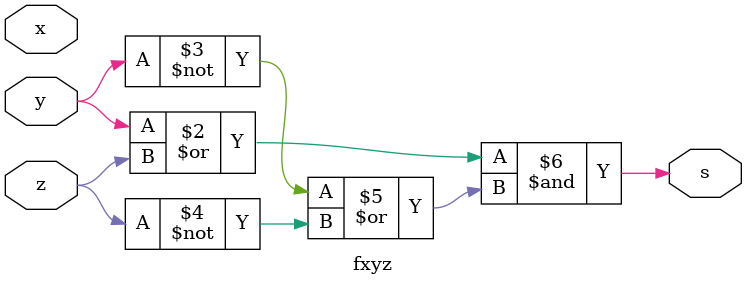
<source format=v>
/*
	Guia_0602d.v
	842536 - Mateus Henrique Medeiros Diniz
*/

module Guia_0602d;
	reg x, y, z;
	wire s;
	reg[2 : 0] m;
	
	fxyz f (s, x, y, z);
	
	initial 
	begin: main
		integer i;
		
		$display("s = (y | z) & (~y | ~z)");
		
		$display("m x y z | s");
		$monitor("%d %b %b %b | %b", m, x, y, z, s);
		
		m = 0;
		x = 0;
		y = 0;
		z = 0;
		
		for(i = 0; i < 7; i++) begin
			#1
			z = ~z;
			
			if((i + 1) % 2 == 0) begin
				y = ~y;
			end
			
			if((i + 1) % 4 == 0) begin
				x = ~x;
			end
			
			m++;
		end
	end
endmodule

module fxyz (output s, input x, y, z);
	assign s = (y | z) & (~y | ~z);
endmodule
</source>
